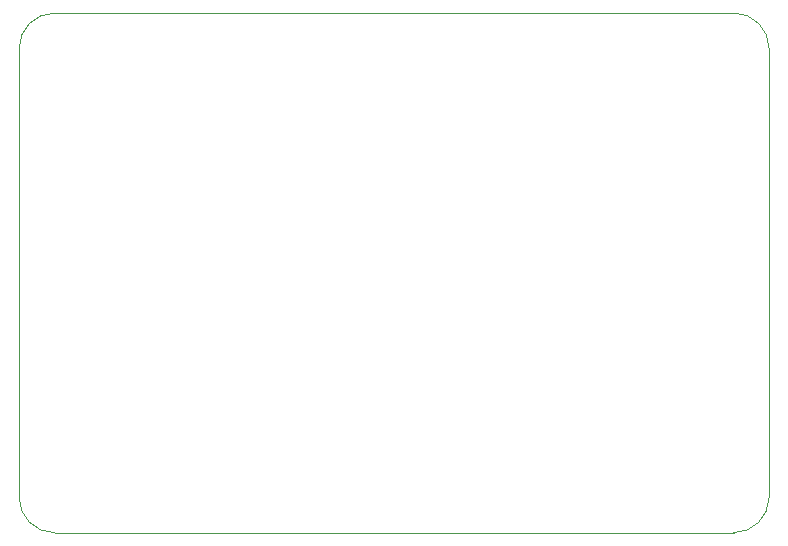
<source format=gbr>
%TF.GenerationSoftware,KiCad,Pcbnew,8.0.9*%
%TF.CreationDate,2025-07-24T11:39:00+02:00*%
%TF.ProjectId,Precision Analog Isolation Amplifier,50726563-6973-4696-9f6e-20416e616c6f,rev?*%
%TF.SameCoordinates,Original*%
%TF.FileFunction,Profile,NP*%
%FSLAX46Y46*%
G04 Gerber Fmt 4.6, Leading zero omitted, Abs format (unit mm)*
G04 Created by KiCad (PCBNEW 8.0.9) date 2025-07-24 11:39:00*
%MOMM*%
%LPD*%
G01*
G04 APERTURE LIST*
%TA.AperFunction,Profile*%
%ADD10C,0.050000*%
%TD*%
G04 APERTURE END LIST*
D10*
X171200000Y-76300000D02*
X113700000Y-76300000D01*
X110700000Y-79300000D02*
X110700000Y-117300000D01*
X174200000Y-117300000D02*
G75*
G02*
X171200000Y-120300000I-3000000J0D01*
G01*
X171200000Y-76300000D02*
G75*
G02*
X174200000Y-79300000I0J-3000000D01*
G01*
X113700000Y-120300000D02*
G75*
G02*
X110700000Y-117300000I0J3000000D01*
G01*
X174200000Y-117300000D02*
X174200000Y-79300000D01*
X113700000Y-120300000D02*
X171200000Y-120300000D01*
X110700000Y-79300000D02*
G75*
G02*
X113700000Y-76300000I3000000J0D01*
G01*
M02*

</source>
